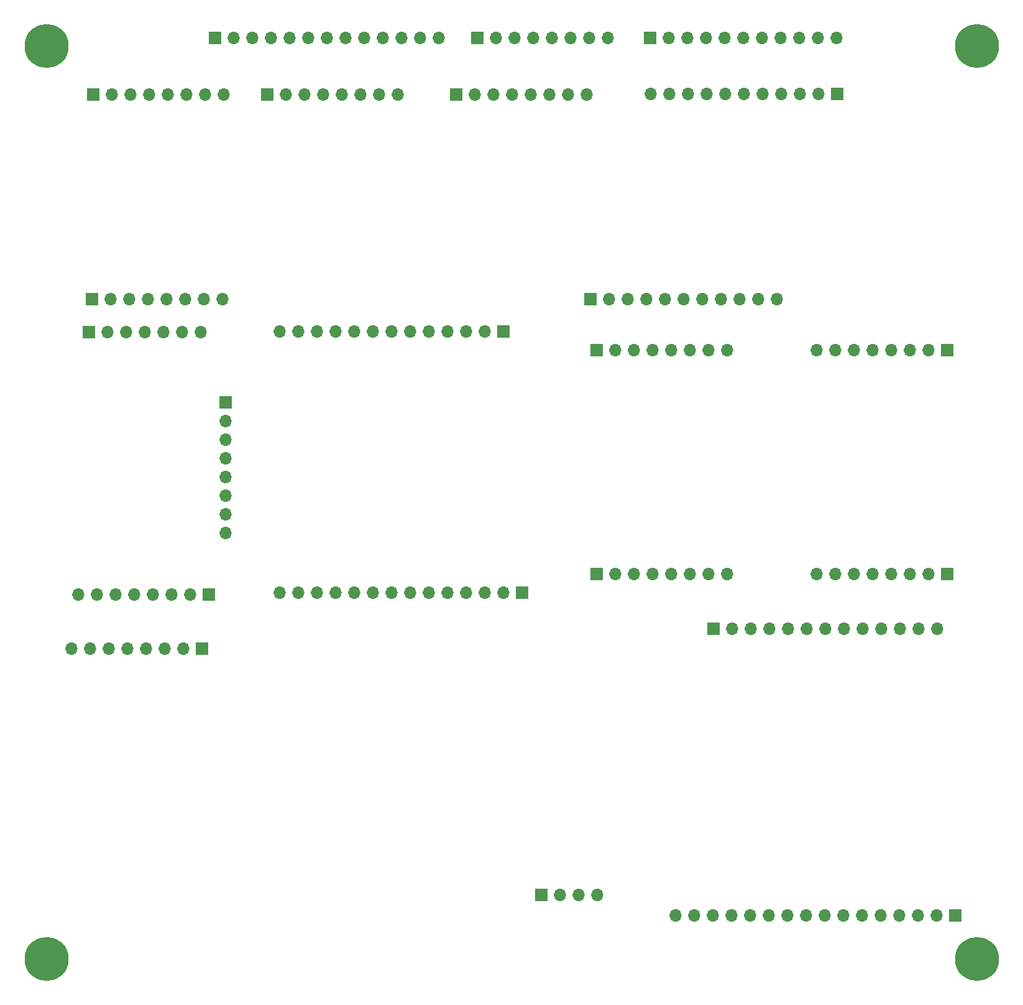
<source format=gbr>
%TF.GenerationSoftware,KiCad,Pcbnew,(6.0.0-0)*%
%TF.CreationDate,2022-01-18T19:17:43-05:00*%
%TF.ProjectId,ALU-Backplane,414c552d-4261-4636-9b70-6c616e652e6b,rev?*%
%TF.SameCoordinates,Original*%
%TF.FileFunction,Soldermask,Top*%
%TF.FilePolarity,Negative*%
%FSLAX46Y46*%
G04 Gerber Fmt 4.6, Leading zero omitted, Abs format (unit mm)*
G04 Created by KiCad (PCBNEW (6.0.0-0)) date 2022-01-18 19:17:43*
%MOMM*%
%LPD*%
G01*
G04 APERTURE LIST*
%ADD10R,1.700000X1.700000*%
%ADD11O,1.700000X1.700000*%
%ADD12C,0.800000*%
%ADD13C,6.000000*%
G04 APERTURE END LIST*
D10*
%TO.C,J3*%
X144837000Y-69897000D03*
D11*
X142297000Y-69897000D03*
X139757000Y-69897000D03*
X137217000Y-69897000D03*
X134677000Y-69897000D03*
X132137000Y-69897000D03*
X129597000Y-69897000D03*
X127057000Y-69897000D03*
X124517000Y-69897000D03*
X121977000Y-69897000D03*
X119437000Y-69897000D03*
X116897000Y-69897000D03*
X114357000Y-69897000D03*
%TD*%
D10*
%TO.C,J4*%
X147377000Y-105457000D03*
D11*
X144837000Y-105457000D03*
X142297000Y-105457000D03*
X139757000Y-105457000D03*
X137217000Y-105457000D03*
X134677000Y-105457000D03*
X132137000Y-105457000D03*
X129597000Y-105457000D03*
X127057000Y-105457000D03*
X124517000Y-105457000D03*
X121977000Y-105457000D03*
X119437000Y-105457000D03*
X116897000Y-105457000D03*
X114357000Y-105457000D03*
%TD*%
D10*
%TO.C,J5*%
X157537000Y-72437000D03*
D11*
X160077000Y-72437000D03*
X162617000Y-72437000D03*
X165157000Y-72437000D03*
X167697000Y-72437000D03*
X170237000Y-72437000D03*
X172777000Y-72437000D03*
X175317000Y-72437000D03*
%TD*%
D10*
%TO.C,J6*%
X205289000Y-72437000D03*
D11*
X202749000Y-72437000D03*
X200209000Y-72437000D03*
X197669000Y-72437000D03*
X195129000Y-72437000D03*
X192589000Y-72437000D03*
X190049000Y-72437000D03*
X187509000Y-72437000D03*
%TD*%
D10*
%TO.C,J7*%
X205289000Y-102917000D03*
D11*
X202749000Y-102917000D03*
X200209000Y-102917000D03*
X197669000Y-102917000D03*
X195129000Y-102917000D03*
X192589000Y-102917000D03*
X190049000Y-102917000D03*
X187509000Y-102917000D03*
%TD*%
D10*
%TO.C,J8*%
X157537000Y-102917000D03*
D11*
X160077000Y-102917000D03*
X162617000Y-102917000D03*
X165157000Y-102917000D03*
X167697000Y-102917000D03*
X170237000Y-102917000D03*
X172777000Y-102917000D03*
X175317000Y-102917000D03*
%TD*%
D12*
%TO.C,REF\u002A\u002A*%
X82625000Y-33225000D03*
D13*
X82625000Y-30975000D03*
D12*
X80375000Y-30975000D03*
X82625000Y-28725000D03*
X84215990Y-29384010D03*
X81034010Y-29384010D03*
X81034010Y-32565990D03*
X84215990Y-32565990D03*
X84875000Y-30975000D03*
%TD*%
%TO.C,REF\u002A\u002A*%
X210965990Y-156890990D03*
X209375000Y-153050000D03*
X209375000Y-157550000D03*
X211625000Y-155300000D03*
X207784010Y-156890990D03*
X210965990Y-153709010D03*
D13*
X209375000Y-155300000D03*
D12*
X207125000Y-155300000D03*
X207784010Y-153709010D03*
%TD*%
%TO.C,REF\u002A\u002A*%
X80350000Y-155275000D03*
X84190990Y-156865990D03*
D13*
X82600000Y-155275000D03*
D12*
X81009010Y-156865990D03*
X81009010Y-153684010D03*
X84190990Y-153684010D03*
X82600000Y-153025000D03*
X82600000Y-157525000D03*
X84850000Y-155275000D03*
%TD*%
%TO.C,REF\u002A\u002A*%
X207784010Y-32615990D03*
X211625000Y-31025000D03*
X207784010Y-29434010D03*
X207125000Y-31025000D03*
X210965990Y-29434010D03*
X209375000Y-28775000D03*
X210965990Y-32615990D03*
D13*
X209375000Y-31025000D03*
D12*
X209375000Y-33275000D03*
%TD*%
D10*
%TO.C,J18*%
X105555000Y-29875000D03*
D11*
X108095000Y-29875000D03*
X110635000Y-29875000D03*
X113175000Y-29875000D03*
X115715000Y-29875000D03*
X118255000Y-29875000D03*
X120795000Y-29875000D03*
X123335000Y-29875000D03*
X125875000Y-29875000D03*
X128415000Y-29875000D03*
X130955000Y-29875000D03*
X133495000Y-29875000D03*
X136035000Y-29875000D03*
%TD*%
D10*
%TO.C,J2*%
X104725000Y-105675000D03*
D11*
X102185000Y-105675000D03*
X99645000Y-105675000D03*
X97105000Y-105675000D03*
X94565000Y-105675000D03*
X92025000Y-105675000D03*
X89485000Y-105675000D03*
X86945000Y-105675000D03*
%TD*%
D10*
%TO.C,J27*%
X141325000Y-29925000D03*
D11*
X143865000Y-29925000D03*
X146405000Y-29925000D03*
X148945000Y-29925000D03*
X151485000Y-29925000D03*
X154025000Y-29925000D03*
X156565000Y-29925000D03*
X159105000Y-29925000D03*
%TD*%
D10*
%TO.C,J19*%
X88400000Y-69975000D03*
D11*
X90940000Y-69975000D03*
X93480000Y-69975000D03*
X96020000Y-69975000D03*
X98560000Y-69975000D03*
X101100000Y-69975000D03*
X103640000Y-69975000D03*
%TD*%
D10*
%TO.C,J26*%
X164875000Y-29925000D03*
D11*
X167415000Y-29925000D03*
X169955000Y-29925000D03*
X172495000Y-29925000D03*
X175035000Y-29925000D03*
X177575000Y-29925000D03*
X180115000Y-29925000D03*
X182655000Y-29925000D03*
X185195000Y-29925000D03*
X187735000Y-29925000D03*
X190275000Y-29925000D03*
%TD*%
D10*
%TO.C,J12*%
X150000000Y-146575000D03*
D11*
X152540000Y-146575000D03*
X155080000Y-146575000D03*
X157620000Y-146575000D03*
%TD*%
D10*
%TO.C,J21*%
X156679000Y-65459000D03*
D11*
X159219000Y-65459000D03*
X161759000Y-65459000D03*
X164299000Y-65459000D03*
X166839000Y-65459000D03*
X169379000Y-65459000D03*
X171919000Y-65459000D03*
X174459000Y-65459000D03*
X176999000Y-65459000D03*
X179539000Y-65459000D03*
X182079000Y-65459000D03*
%TD*%
D10*
%TO.C,J22*%
X138450000Y-37589000D03*
D11*
X140990000Y-37589000D03*
X143530000Y-37589000D03*
X146070000Y-37589000D03*
X148610000Y-37589000D03*
X151150000Y-37589000D03*
X153690000Y-37589000D03*
X156230000Y-37589000D03*
%TD*%
D10*
%TO.C,J9*%
X206450000Y-149400000D03*
D11*
X203910000Y-149400000D03*
X201370000Y-149400000D03*
X198830000Y-149400000D03*
X196290000Y-149400000D03*
X193750000Y-149400000D03*
X191210000Y-149400000D03*
X188670000Y-149400000D03*
X186130000Y-149400000D03*
X183590000Y-149400000D03*
X181050000Y-149400000D03*
X178510000Y-149400000D03*
X175970000Y-149400000D03*
X173430000Y-149400000D03*
X170890000Y-149400000D03*
X168350000Y-149400000D03*
%TD*%
D10*
%TO.C,J24*%
X88945000Y-37625000D03*
D11*
X91485000Y-37625000D03*
X94025000Y-37625000D03*
X96565000Y-37625000D03*
X99105000Y-37625000D03*
X101645000Y-37625000D03*
X104185000Y-37625000D03*
X106725000Y-37625000D03*
%TD*%
D10*
%TO.C,J10*%
X173505000Y-110325000D03*
D11*
X176045000Y-110325000D03*
X178585000Y-110325000D03*
X181125000Y-110325000D03*
X183665000Y-110325000D03*
X186205000Y-110325000D03*
X188745000Y-110325000D03*
X191285000Y-110325000D03*
X193825000Y-110325000D03*
X196365000Y-110325000D03*
X198905000Y-110325000D03*
X201445000Y-110325000D03*
X203985000Y-110325000D03*
%TD*%
D10*
%TO.C,J23*%
X88835000Y-65475000D03*
D11*
X91375000Y-65475000D03*
X93915000Y-65475000D03*
X96455000Y-65475000D03*
X98995000Y-65475000D03*
X101535000Y-65475000D03*
X104075000Y-65475000D03*
X106615000Y-65475000D03*
%TD*%
D10*
%TO.C,J1*%
X107025000Y-79545000D03*
D11*
X107025000Y-82085000D03*
X107025000Y-84625000D03*
X107025000Y-87165000D03*
X107025000Y-89705000D03*
X107025000Y-92245000D03*
X107025000Y-94785000D03*
X107025000Y-97325000D03*
%TD*%
D10*
%TO.C,J11*%
X103766000Y-113051000D03*
D11*
X101226000Y-113051000D03*
X98686000Y-113051000D03*
X96146000Y-113051000D03*
X93606000Y-113051000D03*
X91066000Y-113051000D03*
X88526000Y-113051000D03*
X85986000Y-113051000D03*
%TD*%
D10*
%TO.C,J20*%
X190285000Y-37534000D03*
D11*
X187745000Y-37534000D03*
X185205000Y-37534000D03*
X182665000Y-37534000D03*
X180125000Y-37534000D03*
X177585000Y-37534000D03*
X175045000Y-37534000D03*
X172505000Y-37534000D03*
X169965000Y-37534000D03*
X167425000Y-37534000D03*
X164885000Y-37534000D03*
%TD*%
D10*
%TO.C,J25*%
X112695000Y-37625000D03*
D11*
X115235000Y-37625000D03*
X117775000Y-37625000D03*
X120315000Y-37625000D03*
X122855000Y-37625000D03*
X125395000Y-37625000D03*
X127935000Y-37625000D03*
X130475000Y-37625000D03*
%TD*%
M02*

</source>
